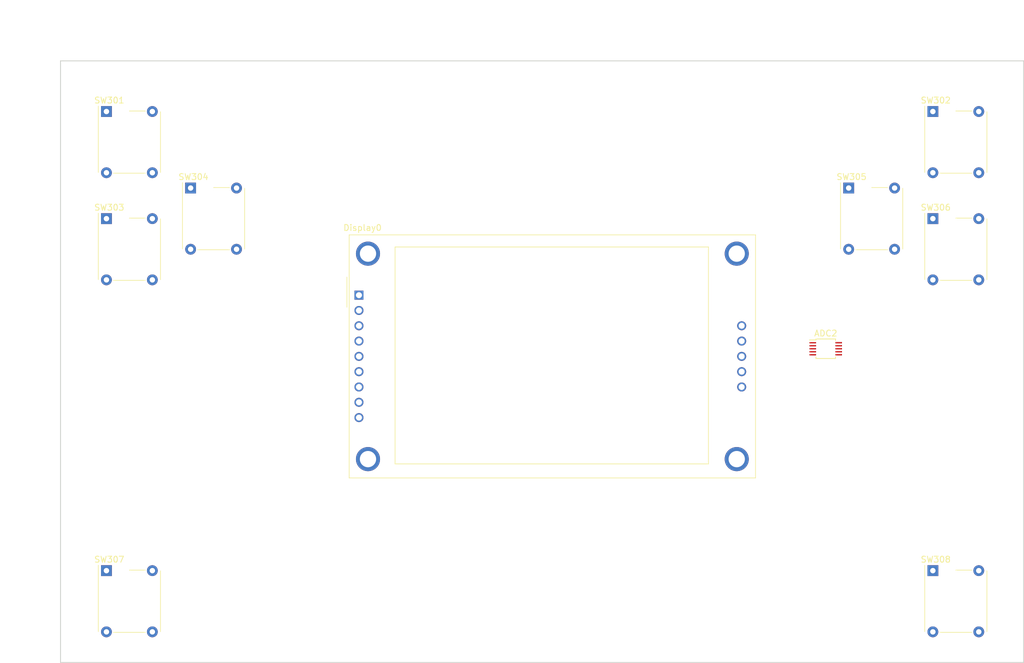
<source format=kicad_pcb>
(kicad_pcb (version 20171130) (host pcbnew 5.1.10-88a1d61d58~90~ubuntu20.04.1)

  (general
    (thickness 1.6)
    (drawings 7)
    (tracks 0)
    (zones 0)
    (modules 10)
    (nets 31)
  )

  (page A4)
  (layers
    (0 F.Cu signal)
    (31 B.Cu signal)
    (33 F.Adhes user)
    (35 F.Paste user)
    (37 F.SilkS user)
    (38 B.Mask user)
    (39 F.Mask user)
    (40 Dwgs.User user)
    (41 Cmts.User user)
    (42 Eco1.User user)
    (43 Eco2.User user)
    (44 Edge.Cuts user)
    (45 Margin user)
    (46 B.CrtYd user)
    (47 F.CrtYd user)
    (49 F.Fab user)
  )

  (setup
    (last_trace_width 0.25)
    (trace_clearance 0.2)
    (zone_clearance 0.508)
    (zone_45_only no)
    (trace_min 0.2)
    (via_size 0.8)
    (via_drill 0.4)
    (via_min_size 0.4)
    (via_min_drill 0.3)
    (uvia_size 0.3)
    (uvia_drill 0.1)
    (uvias_allowed no)
    (uvia_min_size 0.2)
    (uvia_min_drill 0.1)
    (edge_width 0.15)
    (segment_width 0.2)
    (pcb_text_width 0.3)
    (pcb_text_size 1.5 1.5)
    (mod_edge_width 0.15)
    (mod_text_size 1 1)
    (mod_text_width 0.15)
    (pad_size 1.524 1.524)
    (pad_drill 0.762)
    (pad_to_mask_clearance 0.2)
    (aux_axis_origin 0 0)
    (grid_origin 55 145)
    (visible_elements FFFFFF7F)
    (pcbplotparams
      (layerselection 0x00030_ffffffff)
      (usegerberextensions false)
      (usegerberattributes true)
      (usegerberadvancedattributes true)
      (creategerberjobfile true)
      (excludeedgelayer true)
      (linewidth 0.100000)
      (plotframeref false)
      (viasonmask false)
      (mode 1)
      (useauxorigin false)
      (hpglpennumber 1)
      (hpglpenspeed 20)
      (hpglpendiameter 15.000000)
      (psnegative false)
      (psa4output false)
      (plotreference true)
      (plotvalue true)
      (plotinvisibletext false)
      (padsonsilk false)
      (subtractmaskfromsilk false)
      (outputformat 1)
      (mirror false)
      (drillshape 0)
      (scaleselection 1)
      (outputdirectory ""))
  )

  (net 0 "")
  (net 1 GND)
  (net 2 VCC)
  (net 3 "Net-(ADC2-Pad1)")
  (net 4 "Net-(ADC2-Pad2)")
  (net 5 "Net-(ADC2-Pad4)")
  (net 6 "Net-(ADC2-Pad5)")
  (net 7 "Net-(ADC2-Pad6)")
  (net 8 "Net-(ADC2-Pad7)")
  (net 9 "Net-(ADC2-Pad9)")
  (net 10 "Net-(ADC2-Pad10)")
  (net 11 "Net-(Display0-Pad3)")
  (net 12 "Net-(Display0-Pad4)")
  (net 13 "Net-(Display0-Pad5)")
  (net 14 "Net-(Display0-Pad6)")
  (net 15 "Net-(Display0-Pad7)")
  (net 16 "Net-(Display0-Pad8)")
  (net 17 "Net-(Display0-Pad9)")
  (net 18 "Net-(Display0-Pad10)")
  (net 19 "Net-(Display0-Pad11)")
  (net 20 "Net-(Display0-Pad12)")
  (net 21 "Net-(Display0-Pad13)")
  (net 22 "Net-(Display0-Pad14)")
  (net 23 "Net-(IOExt2-Pad4)")
  (net 24 "Net-(IOExt2-Pad5)")
  (net 25 "Net-(IOExt2-Pad6)")
  (net 26 "Net-(IOExt2-Pad7)")
  (net 27 "Net-(IOExt2-Pad9)")
  (net 28 "Net-(IOExt2-Pad10)")
  (net 29 "Net-(IOExt2-Pad11)")
  (net 30 "Net-(IOExt2-Pad12)")

  (net_class Default "This is the default net class."
    (clearance 0.2)
    (trace_width 0.25)
    (via_dia 0.8)
    (via_drill 0.4)
    (uvia_dia 0.3)
    (uvia_drill 0.1)
    (add_net GND)
    (add_net "Net-(ADC2-Pad1)")
    (add_net "Net-(ADC2-Pad10)")
    (add_net "Net-(ADC2-Pad2)")
    (add_net "Net-(ADC2-Pad4)")
    (add_net "Net-(ADC2-Pad5)")
    (add_net "Net-(ADC2-Pad6)")
    (add_net "Net-(ADC2-Pad7)")
    (add_net "Net-(ADC2-Pad9)")
    (add_net "Net-(Display0-Pad10)")
    (add_net "Net-(Display0-Pad11)")
    (add_net "Net-(Display0-Pad12)")
    (add_net "Net-(Display0-Pad13)")
    (add_net "Net-(Display0-Pad14)")
    (add_net "Net-(Display0-Pad3)")
    (add_net "Net-(Display0-Pad4)")
    (add_net "Net-(Display0-Pad5)")
    (add_net "Net-(Display0-Pad6)")
    (add_net "Net-(Display0-Pad7)")
    (add_net "Net-(Display0-Pad8)")
    (add_net "Net-(Display0-Pad9)")
    (add_net "Net-(IOExt2-Pad10)")
    (add_net "Net-(IOExt2-Pad11)")
    (add_net "Net-(IOExt2-Pad12)")
    (add_net "Net-(IOExt2-Pad4)")
    (add_net "Net-(IOExt2-Pad5)")
    (add_net "Net-(IOExt2-Pad6)")
    (add_net "Net-(IOExt2-Pad7)")
    (add_net "Net-(IOExt2-Pad9)")
    (add_net VCC)
  )

  (module Display:CR2013-MI2120 (layer F.Cu) (tedit 5A02FE80) (tstamp 610E9AFE)
    (at 104.53 84.04)
    (descr "CR2013-MI2120 ILI9341 LCD Breakout http://pan.baidu.com/s/11Y990")
    (tags "CR2013-MI2120 ILI9341 LCD Breakout")
    (path /611353D7/61111607)
    (fp_text reference Display0 (at 0.59 -11.18) (layer F.SilkS)
      (effects (font (size 1 1) (thickness 0.15)))
    )
    (fp_text value CR2013-MI2120 (at 4.66 31.47) (layer F.Fab)
      (effects (font (size 1 1) (thickness 0.15)))
    )
    (fp_line (start -1.5 30.21) (end -1.5 1) (layer F.Fab) (width 0.1))
    (fp_line (start 65.7 30.21) (end -1.5 30.21) (layer F.Fab) (width 0.1))
    (fp_line (start 65.7 -9.89) (end 65.7 30.21) (layer F.Fab) (width 0.1))
    (fp_line (start -1.5 -9.89) (end 65.7 -9.89) (layer F.Fab) (width 0.1))
    (fp_line (start -1.62 30.33) (end -1.62 -10.01) (layer F.SilkS) (width 0.12))
    (fp_line (start 65.82 30.33) (end -1.62 30.33) (layer F.SilkS) (width 0.12))
    (fp_line (start 65.82 -10.01) (end 65.82 30.33) (layer F.SilkS) (width 0.12))
    (fp_line (start -1.62 -10.01) (end 65.82 -10.01) (layer F.SilkS) (width 0.12))
    (fp_line (start -1.75 30.46) (end -1.75 -10.14) (layer F.CrtYd) (width 0.05))
    (fp_line (start 65.95 30.46) (end -1.75 30.46) (layer F.CrtYd) (width 0.05))
    (fp_line (start 65.95 -10.14) (end 65.95 30.46) (layer F.CrtYd) (width 0.05))
    (fp_line (start -1.75 -10.14) (end 65.95 -10.14) (layer F.CrtYd) (width 0.05))
    (fp_line (start -2 -3) (end -2 2) (layer F.SilkS) (width 0.12))
    (fp_line (start -1.5 -1) (end -1.5 -9.89) (layer F.Fab) (width 0.1))
    (fp_line (start -0.5 0) (end -1.5 -1) (layer F.Fab) (width 0.1))
    (fp_line (start -1.5 1) (end -0.5 0) (layer F.Fab) (width 0.1))
    (fp_line (start 6 28) (end 6 -8) (layer F.SilkS) (width 0.12))
    (fp_line (start 58 28) (end 6 28) (layer F.SilkS) (width 0.12))
    (fp_line (start 58 -8) (end 58 28) (layer F.SilkS) (width 0.12))
    (fp_line (start 6 -8) (end 58 -8) (layer F.SilkS) (width 0.12))
    (fp_text user %R (at 31.58 9.55) (layer F.Fab)
      (effects (font (size 1 1) (thickness 0.15)))
    )
    (pad 1 thru_hole rect (at 0 0) (size 1.5 1.5) (drill 1) (layers *.Cu *.Mask)
      (net 2 VCC))
    (pad 2 thru_hole circle (at 0 2.54) (size 1.5 1.5) (drill 1) (layers *.Cu *.Mask)
      (net 1 GND))
    (pad 3 thru_hole circle (at 0 5.08) (size 1.5 1.5) (drill 1) (layers *.Cu *.Mask)
      (net 11 "Net-(Display0-Pad3)"))
    (pad 4 thru_hole circle (at 0 7.62) (size 1.5 1.5) (drill 1) (layers *.Cu *.Mask)
      (net 12 "Net-(Display0-Pad4)"))
    (pad 5 thru_hole circle (at 0 10.16) (size 1.5 1.5) (drill 1) (layers *.Cu *.Mask)
      (net 13 "Net-(Display0-Pad5)"))
    (pad 6 thru_hole circle (at 0 12.7) (size 1.5 1.5) (drill 1) (layers *.Cu *.Mask)
      (net 14 "Net-(Display0-Pad6)"))
    (pad 7 thru_hole circle (at 0 15.24) (size 1.5 1.5) (drill 1) (layers *.Cu *.Mask)
      (net 15 "Net-(Display0-Pad7)"))
    (pad 8 thru_hole circle (at 0 17.78) (size 1.5 1.5) (drill 1) (layers *.Cu *.Mask)
      (net 16 "Net-(Display0-Pad8)"))
    (pad 9 thru_hole circle (at 0 20.32) (size 1.5 1.5) (drill 1) (layers *.Cu *.Mask)
      (net 17 "Net-(Display0-Pad9)"))
    (pad 10 thru_hole circle (at 63.52 5.08) (size 1.5 1.5) (drill 1) (layers *.Cu *.Mask)
      (net 18 "Net-(Display0-Pad10)"))
    (pad 11 thru_hole circle (at 63.52 7.62) (size 1.5 1.5) (drill 1) (layers *.Cu *.Mask)
      (net 19 "Net-(Display0-Pad11)"))
    (pad 12 thru_hole circle (at 63.52 10.16) (size 1.5 1.5) (drill 1) (layers *.Cu *.Mask)
      (net 20 "Net-(Display0-Pad12)"))
    (pad 13 thru_hole circle (at 63.52 12.7) (size 1.5 1.5) (drill 1) (layers *.Cu *.Mask)
      (net 21 "Net-(Display0-Pad13)"))
    (pad 14 thru_hole circle (at 63.52 15.24) (size 1.5 1.5) (drill 1) (layers *.Cu *.Mask)
      (net 22 "Net-(Display0-Pad14)"))
    (pad "" thru_hole circle (at 1.5 -6.89) (size 4 4) (drill 2.7) (layers *.Cu *.Mask))
    (pad "" thru_hole circle (at 62.7 -6.89) (size 4 4) (drill 2.7) (layers *.Cu *.Mask))
    (pad "" thru_hole circle (at 62.7 27.21) (size 4 4) (drill 2.7) (layers *.Cu *.Mask))
    (pad "" thru_hole circle (at 1.5 27.21) (size 4 4) (drill 2.7) (layers *.Cu *.Mask))
    (model ${KISYS3DMOD}/Display.3dshapes/CR2013-MI2120.wrl
      (at (xyz 0 0 0))
      (scale (xyz 1 1 1))
      (rotate (xyz 0 0 0))
    )
  )

  (module Button_Switch_THT:SW_MEC_5GTH9 (layer F.Cu) (tedit 5B8669AC) (tstamp 610E9F53)
    (at 62.62 53.56)
    (descr "MEC 5G single pole normally-open tactile switch https://cdn.sos.sk/productdata/80/f6/aabf7be6/5gth9358222.pdf")
    (tags "switch normally-open pushbutton push-button")
    (path /611353D7/61111764)
    (fp_text reference SW301 (at 0.475 -1.85 180) (layer F.SilkS)
      (effects (font (size 1 1) (thickness 0.15)))
    )
    (fp_text value SW_MEC_5E (at 3.8 13 180) (layer F.Fab)
      (effects (font (size 1 1) (thickness 0.15)))
    )
    (fp_line (start -0.24 0.03) (end -1.24 1.03) (layer F.Fab) (width 0.1))
    (fp_line (start -1.35 -0.9) (end -1.35 10.11) (layer F.SilkS) (width 0.12))
    (fp_line (start 8.86 10.13) (end -1.240004 10.13) (layer F.Fab) (width 0.1))
    (fp_line (start 8.86 0.03) (end 8.86 10.13) (layer F.Fab) (width 0.1))
    (fp_line (start -0.24 0.03) (end 8.86 0.03) (layer F.Fab) (width 0.1))
    (fp_line (start -1.24 10.13) (end -1.24 1.03) (layer F.Fab) (width 0.1))
    (fp_line (start 6.46 -0.08) (end 3.81 -0.08) (layer F.SilkS) (width 0.12))
    (fp_line (start 1.16 10.24) (end 6.46 10.24) (layer F.SilkS) (width 0.12))
    (fp_line (start 8.97 0.04) (end 8.97 10.12) (layer F.SilkS) (width 0.12))
    (fp_line (start -1.49 11.3) (end -1.49 -1.15) (layer F.CrtYd) (width 0.05))
    (fp_line (start 9.11 11.31) (end -1.49 11.31) (layer F.CrtYd) (width 0.05))
    (fp_line (start 9.11 -1.15) (end 9.11 11.31) (layer F.CrtYd) (width 0.05))
    (fp_line (start -1.49 -1.15) (end 9.11 -1.15) (layer F.CrtYd) (width 0.05))
    (fp_text user %R (at 3.76 5.03 180) (layer F.Fab)
      (effects (font (size 1 1) (thickness 0.15)))
    )
    (pad 2 thru_hole circle (at 7.62 0 90) (size 1.8 1.8) (drill 0.9) (layers *.Cu *.Mask)
      (net 23 "Net-(IOExt2-Pad4)"))
    (pad 2 thru_hole circle (at 7.62 10.16 90) (size 1.8 1.8) (drill 0.9) (layers *.Cu *.Mask)
      (net 23 "Net-(IOExt2-Pad4)"))
    (pad 1 thru_hole rect (at 0 0 90) (size 1.8 1.8) (drill 0.9) (layers *.Cu *.Mask)
      (net 23 "Net-(IOExt2-Pad4)"))
    (pad 1 thru_hole circle (at 0 10.16 90) (size 1.8 1.8) (drill 0.9) (layers *.Cu *.Mask)
      (net 23 "Net-(IOExt2-Pad4)"))
    (model ${KISYS3DMOD}/Button_Switch_THT.3dshapes/SW_MEC_5GTH9.wrl
      (at (xyz 0 0 0))
      (scale (xyz 1 1 1))
      (rotate (xyz 0 0 0))
    )
  )

  (module Button_Switch_THT:SW_MEC_5GTH9 (layer F.Cu) (tedit 5B8669AC) (tstamp 610EFD11)
    (at 199.78 53.56)
    (descr "MEC 5G single pole normally-open tactile switch https://cdn.sos.sk/productdata/80/f6/aabf7be6/5gth9358222.pdf")
    (tags "switch normally-open pushbutton push-button")
    (path /611353D7/6111177C)
    (fp_text reference SW302 (at 0.475 -1.85 180) (layer F.SilkS)
      (effects (font (size 1 1) (thickness 0.15)))
    )
    (fp_text value SW_MEC_5E (at 3.8 13 180) (layer F.Fab)
      (effects (font (size 1 1) (thickness 0.15)))
    )
    (fp_line (start -1.49 -1.15) (end 9.11 -1.15) (layer F.CrtYd) (width 0.05))
    (fp_line (start 9.11 -1.15) (end 9.11 11.31) (layer F.CrtYd) (width 0.05))
    (fp_line (start 9.11 11.31) (end -1.49 11.31) (layer F.CrtYd) (width 0.05))
    (fp_line (start -1.49 11.3) (end -1.49 -1.15) (layer F.CrtYd) (width 0.05))
    (fp_line (start 8.97 0.04) (end 8.97 10.12) (layer F.SilkS) (width 0.12))
    (fp_line (start 1.16 10.24) (end 6.46 10.24) (layer F.SilkS) (width 0.12))
    (fp_line (start 6.46 -0.08) (end 3.81 -0.08) (layer F.SilkS) (width 0.12))
    (fp_line (start -1.24 10.13) (end -1.24 1.03) (layer F.Fab) (width 0.1))
    (fp_line (start -0.24 0.03) (end 8.86 0.03) (layer F.Fab) (width 0.1))
    (fp_line (start 8.86 0.03) (end 8.86 10.13) (layer F.Fab) (width 0.1))
    (fp_line (start 8.86 10.13) (end -1.240004 10.13) (layer F.Fab) (width 0.1))
    (fp_line (start -1.35 -0.9) (end -1.35 10.11) (layer F.SilkS) (width 0.12))
    (fp_line (start -0.24 0.03) (end -1.24 1.03) (layer F.Fab) (width 0.1))
    (fp_text user %R (at 3.76 5.03 180) (layer F.Fab)
      (effects (font (size 1 1) (thickness 0.15)))
    )
    (pad 1 thru_hole circle (at 0 10.16 90) (size 1.8 1.8) (drill 0.9) (layers *.Cu *.Mask)
      (net 24 "Net-(IOExt2-Pad5)"))
    (pad 1 thru_hole rect (at 0 0 90) (size 1.8 1.8) (drill 0.9) (layers *.Cu *.Mask)
      (net 24 "Net-(IOExt2-Pad5)"))
    (pad 2 thru_hole circle (at 7.62 10.16 90) (size 1.8 1.8) (drill 0.9) (layers *.Cu *.Mask)
      (net 24 "Net-(IOExt2-Pad5)"))
    (pad 2 thru_hole circle (at 7.62 0 90) (size 1.8 1.8) (drill 0.9) (layers *.Cu *.Mask)
      (net 24 "Net-(IOExt2-Pad5)"))
    (model ${KISYS3DMOD}/Button_Switch_THT.3dshapes/SW_MEC_5GTH9.wrl
      (at (xyz 0 0 0))
      (scale (xyz 1 1 1))
      (rotate (xyz 0 0 0))
    )
  )

  (module Button_Switch_THT:SW_MEC_5GTH9 (layer F.Cu) (tedit 5B8669AC) (tstamp 610EFD27)
    (at 62.62 71.34)
    (descr "MEC 5G single pole normally-open tactile switch https://cdn.sos.sk/productdata/80/f6/aabf7be6/5gth9358222.pdf")
    (tags "switch normally-open pushbutton push-button")
    (path /611353D7/6111176A)
    (fp_text reference SW303 (at 0.475 -1.85 180) (layer F.SilkS)
      (effects (font (size 1 1) (thickness 0.15)))
    )
    (fp_text value SW_MEC_5E (at 3.8 13 180) (layer F.Fab)
      (effects (font (size 1 1) (thickness 0.15)))
    )
    (fp_line (start -0.24 0.03) (end -1.24 1.03) (layer F.Fab) (width 0.1))
    (fp_line (start -1.35 -0.9) (end -1.35 10.11) (layer F.SilkS) (width 0.12))
    (fp_line (start 8.86 10.13) (end -1.240004 10.13) (layer F.Fab) (width 0.1))
    (fp_line (start 8.86 0.03) (end 8.86 10.13) (layer F.Fab) (width 0.1))
    (fp_line (start -0.24 0.03) (end 8.86 0.03) (layer F.Fab) (width 0.1))
    (fp_line (start -1.24 10.13) (end -1.24 1.03) (layer F.Fab) (width 0.1))
    (fp_line (start 6.46 -0.08) (end 3.81 -0.08) (layer F.SilkS) (width 0.12))
    (fp_line (start 1.16 10.24) (end 6.46 10.24) (layer F.SilkS) (width 0.12))
    (fp_line (start 8.97 0.04) (end 8.97 10.12) (layer F.SilkS) (width 0.12))
    (fp_line (start -1.49 11.3) (end -1.49 -1.15) (layer F.CrtYd) (width 0.05))
    (fp_line (start 9.11 11.31) (end -1.49 11.31) (layer F.CrtYd) (width 0.05))
    (fp_line (start 9.11 -1.15) (end 9.11 11.31) (layer F.CrtYd) (width 0.05))
    (fp_line (start -1.49 -1.15) (end 9.11 -1.15) (layer F.CrtYd) (width 0.05))
    (fp_text user %R (at 3.76 5.03 180) (layer F.Fab)
      (effects (font (size 1 1) (thickness 0.15)))
    )
    (pad 2 thru_hole circle (at 7.62 0 90) (size 1.8 1.8) (drill 0.9) (layers *.Cu *.Mask)
      (net 25 "Net-(IOExt2-Pad6)"))
    (pad 2 thru_hole circle (at 7.62 10.16 90) (size 1.8 1.8) (drill 0.9) (layers *.Cu *.Mask)
      (net 25 "Net-(IOExt2-Pad6)"))
    (pad 1 thru_hole rect (at 0 0 90) (size 1.8 1.8) (drill 0.9) (layers *.Cu *.Mask)
      (net 25 "Net-(IOExt2-Pad6)"))
    (pad 1 thru_hole circle (at 0 10.16 90) (size 1.8 1.8) (drill 0.9) (layers *.Cu *.Mask)
      (net 25 "Net-(IOExt2-Pad6)"))
    (model ${KISYS3DMOD}/Button_Switch_THT.3dshapes/SW_MEC_5GTH9.wrl
      (at (xyz 0 0 0))
      (scale (xyz 1 1 1))
      (rotate (xyz 0 0 0))
    )
  )

  (module Button_Switch_THT:SW_MEC_5GTH9 (layer F.Cu) (tedit 5B8669AC) (tstamp 610EFD3D)
    (at 76.59 66.26)
    (descr "MEC 5G single pole normally-open tactile switch https://cdn.sos.sk/productdata/80/f6/aabf7be6/5gth9358222.pdf")
    (tags "switch normally-open pushbutton push-button")
    (path /611353D7/61111782)
    (fp_text reference SW304 (at 0.475 -1.85 180) (layer F.SilkS)
      (effects (font (size 1 1) (thickness 0.15)))
    )
    (fp_text value SW_MEC_5E (at 3.8 13 180) (layer F.Fab)
      (effects (font (size 1 1) (thickness 0.15)))
    )
    (fp_line (start -0.24 0.03) (end -1.24 1.03) (layer F.Fab) (width 0.1))
    (fp_line (start -1.35 -0.9) (end -1.35 10.11) (layer F.SilkS) (width 0.12))
    (fp_line (start 8.86 10.13) (end -1.240004 10.13) (layer F.Fab) (width 0.1))
    (fp_line (start 8.86 0.03) (end 8.86 10.13) (layer F.Fab) (width 0.1))
    (fp_line (start -0.24 0.03) (end 8.86 0.03) (layer F.Fab) (width 0.1))
    (fp_line (start -1.24 10.13) (end -1.24 1.03) (layer F.Fab) (width 0.1))
    (fp_line (start 6.46 -0.08) (end 3.81 -0.08) (layer F.SilkS) (width 0.12))
    (fp_line (start 1.16 10.24) (end 6.46 10.24) (layer F.SilkS) (width 0.12))
    (fp_line (start 8.97 0.04) (end 8.97 10.12) (layer F.SilkS) (width 0.12))
    (fp_line (start -1.49 11.3) (end -1.49 -1.15) (layer F.CrtYd) (width 0.05))
    (fp_line (start 9.11 11.31) (end -1.49 11.31) (layer F.CrtYd) (width 0.05))
    (fp_line (start 9.11 -1.15) (end 9.11 11.31) (layer F.CrtYd) (width 0.05))
    (fp_line (start -1.49 -1.15) (end 9.11 -1.15) (layer F.CrtYd) (width 0.05))
    (fp_text user %R (at 3.76 5.03 180) (layer F.Fab)
      (effects (font (size 1 1) (thickness 0.15)))
    )
    (pad 2 thru_hole circle (at 7.62 0 90) (size 1.8 1.8) (drill 0.9) (layers *.Cu *.Mask)
      (net 26 "Net-(IOExt2-Pad7)"))
    (pad 2 thru_hole circle (at 7.62 10.16 90) (size 1.8 1.8) (drill 0.9) (layers *.Cu *.Mask)
      (net 26 "Net-(IOExt2-Pad7)"))
    (pad 1 thru_hole rect (at 0 0 90) (size 1.8 1.8) (drill 0.9) (layers *.Cu *.Mask)
      (net 26 "Net-(IOExt2-Pad7)"))
    (pad 1 thru_hole circle (at 0 10.16 90) (size 1.8 1.8) (drill 0.9) (layers *.Cu *.Mask)
      (net 26 "Net-(IOExt2-Pad7)"))
    (model ${KISYS3DMOD}/Button_Switch_THT.3dshapes/SW_MEC_5GTH9.wrl
      (at (xyz 0 0 0))
      (scale (xyz 1 1 1))
      (rotate (xyz 0 0 0))
    )
  )

  (module Button_Switch_THT:SW_MEC_5GTH9 (layer F.Cu) (tedit 5B8669AC) (tstamp 610EFD53)
    (at 185.81 66.26)
    (descr "MEC 5G single pole normally-open tactile switch https://cdn.sos.sk/productdata/80/f6/aabf7be6/5gth9358222.pdf")
    (tags "switch normally-open pushbutton push-button")
    (path /611353D7/61111770)
    (fp_text reference SW305 (at 0.475 -1.85 180) (layer F.SilkS)
      (effects (font (size 1 1) (thickness 0.15)))
    )
    (fp_text value SW_MEC_5E (at 3.8 13 180) (layer F.Fab)
      (effects (font (size 1 1) (thickness 0.15)))
    )
    (fp_line (start -1.49 -1.15) (end 9.11 -1.15) (layer F.CrtYd) (width 0.05))
    (fp_line (start 9.11 -1.15) (end 9.11 11.31) (layer F.CrtYd) (width 0.05))
    (fp_line (start 9.11 11.31) (end -1.49 11.31) (layer F.CrtYd) (width 0.05))
    (fp_line (start -1.49 11.3) (end -1.49 -1.15) (layer F.CrtYd) (width 0.05))
    (fp_line (start 8.97 0.04) (end 8.97 10.12) (layer F.SilkS) (width 0.12))
    (fp_line (start 1.16 10.24) (end 6.46 10.24) (layer F.SilkS) (width 0.12))
    (fp_line (start 6.46 -0.08) (end 3.81 -0.08) (layer F.SilkS) (width 0.12))
    (fp_line (start -1.24 10.13) (end -1.24 1.03) (layer F.Fab) (width 0.1))
    (fp_line (start -0.24 0.03) (end 8.86 0.03) (layer F.Fab) (width 0.1))
    (fp_line (start 8.86 0.03) (end 8.86 10.13) (layer F.Fab) (width 0.1))
    (fp_line (start 8.86 10.13) (end -1.240004 10.13) (layer F.Fab) (width 0.1))
    (fp_line (start -1.35 -0.9) (end -1.35 10.11) (layer F.SilkS) (width 0.12))
    (fp_line (start -0.24 0.03) (end -1.24 1.03) (layer F.Fab) (width 0.1))
    (fp_text user %R (at 3.76 5.03 180) (layer F.Fab)
      (effects (font (size 1 1) (thickness 0.15)))
    )
    (pad 1 thru_hole circle (at 0 10.16 90) (size 1.8 1.8) (drill 0.9) (layers *.Cu *.Mask)
      (net 27 "Net-(IOExt2-Pad9)"))
    (pad 1 thru_hole rect (at 0 0 90) (size 1.8 1.8) (drill 0.9) (layers *.Cu *.Mask)
      (net 27 "Net-(IOExt2-Pad9)"))
    (pad 2 thru_hole circle (at 7.62 10.16 90) (size 1.8 1.8) (drill 0.9) (layers *.Cu *.Mask)
      (net 27 "Net-(IOExt2-Pad9)"))
    (pad 2 thru_hole circle (at 7.62 0 90) (size 1.8 1.8) (drill 0.9) (layers *.Cu *.Mask)
      (net 27 "Net-(IOExt2-Pad9)"))
    (model ${KISYS3DMOD}/Button_Switch_THT.3dshapes/SW_MEC_5GTH9.wrl
      (at (xyz 0 0 0))
      (scale (xyz 1 1 1))
      (rotate (xyz 0 0 0))
    )
  )

  (module Button_Switch_THT:SW_MEC_5GTH9 (layer F.Cu) (tedit 5B8669AC) (tstamp 610EFD69)
    (at 199.78 71.34)
    (descr "MEC 5G single pole normally-open tactile switch https://cdn.sos.sk/productdata/80/f6/aabf7be6/5gth9358222.pdf")
    (tags "switch normally-open pushbutton push-button")
    (path /611353D7/61111788)
    (fp_text reference SW306 (at 0.475 -1.85 180) (layer F.SilkS)
      (effects (font (size 1 1) (thickness 0.15)))
    )
    (fp_text value SW_MEC_5E (at 3.8 13 180) (layer F.Fab)
      (effects (font (size 1 1) (thickness 0.15)))
    )
    (fp_line (start -1.49 -1.15) (end 9.11 -1.15) (layer F.CrtYd) (width 0.05))
    (fp_line (start 9.11 -1.15) (end 9.11 11.31) (layer F.CrtYd) (width 0.05))
    (fp_line (start 9.11 11.31) (end -1.49 11.31) (layer F.CrtYd) (width 0.05))
    (fp_line (start -1.49 11.3) (end -1.49 -1.15) (layer F.CrtYd) (width 0.05))
    (fp_line (start 8.97 0.04) (end 8.97 10.12) (layer F.SilkS) (width 0.12))
    (fp_line (start 1.16 10.24) (end 6.46 10.24) (layer F.SilkS) (width 0.12))
    (fp_line (start 6.46 -0.08) (end 3.81 -0.08) (layer F.SilkS) (width 0.12))
    (fp_line (start -1.24 10.13) (end -1.24 1.03) (layer F.Fab) (width 0.1))
    (fp_line (start -0.24 0.03) (end 8.86 0.03) (layer F.Fab) (width 0.1))
    (fp_line (start 8.86 0.03) (end 8.86 10.13) (layer F.Fab) (width 0.1))
    (fp_line (start 8.86 10.13) (end -1.240004 10.13) (layer F.Fab) (width 0.1))
    (fp_line (start -1.35 -0.9) (end -1.35 10.11) (layer F.SilkS) (width 0.12))
    (fp_line (start -0.24 0.03) (end -1.24 1.03) (layer F.Fab) (width 0.1))
    (fp_text user %R (at 3.76 5.03 180) (layer F.Fab)
      (effects (font (size 1 1) (thickness 0.15)))
    )
    (pad 1 thru_hole circle (at 0 10.16 90) (size 1.8 1.8) (drill 0.9) (layers *.Cu *.Mask)
      (net 28 "Net-(IOExt2-Pad10)"))
    (pad 1 thru_hole rect (at 0 0 90) (size 1.8 1.8) (drill 0.9) (layers *.Cu *.Mask)
      (net 28 "Net-(IOExt2-Pad10)"))
    (pad 2 thru_hole circle (at 7.62 10.16 90) (size 1.8 1.8) (drill 0.9) (layers *.Cu *.Mask)
      (net 28 "Net-(IOExt2-Pad10)"))
    (pad 2 thru_hole circle (at 7.62 0 90) (size 1.8 1.8) (drill 0.9) (layers *.Cu *.Mask)
      (net 28 "Net-(IOExt2-Pad10)"))
    (model ${KISYS3DMOD}/Button_Switch_THT.3dshapes/SW_MEC_5GTH9.wrl
      (at (xyz 0 0 0))
      (scale (xyz 1 1 1))
      (rotate (xyz 0 0 0))
    )
  )

  (module Button_Switch_THT:SW_MEC_5GTH9 (layer F.Cu) (tedit 5B8669AC) (tstamp 610F01A2)
    (at 62.62 129.76)
    (descr "MEC 5G single pole normally-open tactile switch https://cdn.sos.sk/productdata/80/f6/aabf7be6/5gth9358222.pdf")
    (tags "switch normally-open pushbutton push-button")
    (path /611353D7/61111776)
    (fp_text reference SW307 (at 0.475 -1.85 180) (layer F.SilkS)
      (effects (font (size 1 1) (thickness 0.15)))
    )
    (fp_text value SW_MEC_5E (at 3.8 13 180) (layer F.Fab)
      (effects (font (size 1 1) (thickness 0.15)))
    )
    (fp_line (start -0.24 0.03) (end -1.24 1.03) (layer F.Fab) (width 0.1))
    (fp_line (start -1.35 -0.9) (end -1.35 10.11) (layer F.SilkS) (width 0.12))
    (fp_line (start 8.86 10.13) (end -1.240004 10.13) (layer F.Fab) (width 0.1))
    (fp_line (start 8.86 0.03) (end 8.86 10.13) (layer F.Fab) (width 0.1))
    (fp_line (start -0.24 0.03) (end 8.86 0.03) (layer F.Fab) (width 0.1))
    (fp_line (start -1.24 10.13) (end -1.24 1.03) (layer F.Fab) (width 0.1))
    (fp_line (start 6.46 -0.08) (end 3.81 -0.08) (layer F.SilkS) (width 0.12))
    (fp_line (start 1.16 10.24) (end 6.46 10.24) (layer F.SilkS) (width 0.12))
    (fp_line (start 8.97 0.04) (end 8.97 10.12) (layer F.SilkS) (width 0.12))
    (fp_line (start -1.49 11.3) (end -1.49 -1.15) (layer F.CrtYd) (width 0.05))
    (fp_line (start 9.11 11.31) (end -1.49 11.31) (layer F.CrtYd) (width 0.05))
    (fp_line (start 9.11 -1.15) (end 9.11 11.31) (layer F.CrtYd) (width 0.05))
    (fp_line (start -1.49 -1.15) (end 9.11 -1.15) (layer F.CrtYd) (width 0.05))
    (fp_text user %R (at 3.76 5.03 180) (layer F.Fab)
      (effects (font (size 1 1) (thickness 0.15)))
    )
    (pad 2 thru_hole circle (at 7.62 0 90) (size 1.8 1.8) (drill 0.9) (layers *.Cu *.Mask)
      (net 29 "Net-(IOExt2-Pad11)"))
    (pad 2 thru_hole circle (at 7.62 10.16 90) (size 1.8 1.8) (drill 0.9) (layers *.Cu *.Mask)
      (net 29 "Net-(IOExt2-Pad11)"))
    (pad 1 thru_hole rect (at 0 0 90) (size 1.8 1.8) (drill 0.9) (layers *.Cu *.Mask)
      (net 29 "Net-(IOExt2-Pad11)"))
    (pad 1 thru_hole circle (at 0 10.16 90) (size 1.8 1.8) (drill 0.9) (layers *.Cu *.Mask)
      (net 29 "Net-(IOExt2-Pad11)"))
    (model ${KISYS3DMOD}/Button_Switch_THT.3dshapes/SW_MEC_5GTH9.wrl
      (at (xyz 0 0 0))
      (scale (xyz 1 1 1))
      (rotate (xyz 0 0 0))
    )
  )

  (module Button_Switch_THT:SW_MEC_5GTH9 (layer F.Cu) (tedit 5B8669AC) (tstamp 610EFD95)
    (at 199.78 129.76)
    (descr "MEC 5G single pole normally-open tactile switch https://cdn.sos.sk/productdata/80/f6/aabf7be6/5gth9358222.pdf")
    (tags "switch normally-open pushbutton push-button")
    (path /611353D7/611117AA)
    (fp_text reference SW308 (at 0.475 -1.85 180) (layer F.SilkS)
      (effects (font (size 1 1) (thickness 0.15)))
    )
    (fp_text value SW_MEC_5E (at 3.8 13 180) (layer F.Fab)
      (effects (font (size 1 1) (thickness 0.15)))
    )
    (fp_line (start -0.24 0.03) (end -1.24 1.03) (layer F.Fab) (width 0.1))
    (fp_line (start -1.35 -0.9) (end -1.35 10.11) (layer F.SilkS) (width 0.12))
    (fp_line (start 8.86 10.13) (end -1.240004 10.13) (layer F.Fab) (width 0.1))
    (fp_line (start 8.86 0.03) (end 8.86 10.13) (layer F.Fab) (width 0.1))
    (fp_line (start -0.24 0.03) (end 8.86 0.03) (layer F.Fab) (width 0.1))
    (fp_line (start -1.24 10.13) (end -1.24 1.03) (layer F.Fab) (width 0.1))
    (fp_line (start 6.46 -0.08) (end 3.81 -0.08) (layer F.SilkS) (width 0.12))
    (fp_line (start 1.16 10.24) (end 6.46 10.24) (layer F.SilkS) (width 0.12))
    (fp_line (start 8.97 0.04) (end 8.97 10.12) (layer F.SilkS) (width 0.12))
    (fp_line (start -1.49 11.3) (end -1.49 -1.15) (layer F.CrtYd) (width 0.05))
    (fp_line (start 9.11 11.31) (end -1.49 11.31) (layer F.CrtYd) (width 0.05))
    (fp_line (start 9.11 -1.15) (end 9.11 11.31) (layer F.CrtYd) (width 0.05))
    (fp_line (start -1.49 -1.15) (end 9.11 -1.15) (layer F.CrtYd) (width 0.05))
    (fp_text user %R (at 3.76 5.03 180) (layer F.Fab)
      (effects (font (size 1 1) (thickness 0.15)))
    )
    (pad 2 thru_hole circle (at 7.62 0 90) (size 1.8 1.8) (drill 0.9) (layers *.Cu *.Mask)
      (net 30 "Net-(IOExt2-Pad12)"))
    (pad 2 thru_hole circle (at 7.62 10.16 90) (size 1.8 1.8) (drill 0.9) (layers *.Cu *.Mask)
      (net 30 "Net-(IOExt2-Pad12)"))
    (pad 1 thru_hole rect (at 0 0 90) (size 1.8 1.8) (drill 0.9) (layers *.Cu *.Mask)
      (net 30 "Net-(IOExt2-Pad12)"))
    (pad 1 thru_hole circle (at 0 10.16 90) (size 1.8 1.8) (drill 0.9) (layers *.Cu *.Mask)
      (net 30 "Net-(IOExt2-Pad12)"))
    (model ${KISYS3DMOD}/Button_Switch_THT.3dshapes/SW_MEC_5GTH9.wrl
      (at (xyz 0 0 0))
      (scale (xyz 1 1 1))
      (rotate (xyz 0 0 0))
    )
  )

  (module Package_SO:TSSOP-10_3x3mm_P0.5mm (layer F.Cu) (tedit 5F3E4A84) (tstamp 6112F646)
    (at 182 92.93)
    (descr "TSSOP10: plastic thin shrink small outline package; 10 leads; body width 3 mm; (see NXP SSOP-TSSOP-VSO-REFLOW.pdf and sot552-1_po.pdf)")
    (tags "SSOP 0.5")
    (path /611353D7/611115DA)
    (attr smd)
    (fp_text reference ADC2 (at 0 -2.55) (layer F.SilkS)
      (effects (font (size 1 1) (thickness 0.15)))
    )
    (fp_text value ADS1115IDGS (at 0 2.55) (layer F.Fab)
      (effects (font (size 1 1) (thickness 0.15)))
    )
    (fp_line (start -0.5 -1.5) (end 1.5 -1.5) (layer F.Fab) (width 0.1))
    (fp_line (start 1.5 -1.5) (end 1.5 1.5) (layer F.Fab) (width 0.1))
    (fp_line (start 1.5 1.5) (end -1.5 1.5) (layer F.Fab) (width 0.1))
    (fp_line (start -1.5 1.5) (end -1.5 -0.5) (layer F.Fab) (width 0.1))
    (fp_line (start -1.5 -0.5) (end -0.5 -1.5) (layer F.Fab) (width 0.1))
    (fp_line (start -2.95 -1.8) (end -2.95 1.8) (layer F.CrtYd) (width 0.05))
    (fp_line (start 2.95 -1.8) (end 2.95 1.8) (layer F.CrtYd) (width 0.05))
    (fp_line (start -2.95 -1.8) (end 2.95 -1.8) (layer F.CrtYd) (width 0.05))
    (fp_line (start -2.95 1.8) (end 2.95 1.8) (layer F.CrtYd) (width 0.05))
    (fp_line (start -1.625 -1.625) (end -1.625 -1.45) (layer F.SilkS) (width 0.15))
    (fp_line (start 1.625 -1.625) (end 1.625 -1.35) (layer F.SilkS) (width 0.15))
    (fp_line (start 1.625 1.625) (end 1.625 1.35) (layer F.SilkS) (width 0.15))
    (fp_line (start -1.625 1.625) (end -1.625 1.35) (layer F.SilkS) (width 0.15))
    (fp_line (start -1.625 -1.625) (end 1.625 -1.625) (layer F.SilkS) (width 0.15))
    (fp_line (start -1.625 1.625) (end 1.625 1.625) (layer F.SilkS) (width 0.15))
    (fp_line (start -1.625 -1.45) (end -2.7 -1.45) (layer F.SilkS) (width 0.15))
    (fp_text user %R (at 0 0) (layer F.Fab)
      (effects (font (size 0.6 0.6) (thickness 0.1)))
    )
    (pad 1 smd rect (at -2.15 -1) (size 1.1 0.25) (layers F.Cu F.Paste F.Mask)
      (net 3 "Net-(ADC2-Pad1)"))
    (pad 2 smd rect (at -2.15 -0.5) (size 1.1 0.25) (layers F.Cu F.Paste F.Mask)
      (net 4 "Net-(ADC2-Pad2)"))
    (pad 3 smd rect (at -2.15 0) (size 1.1 0.25) (layers F.Cu F.Paste F.Mask)
      (net 1 GND))
    (pad 4 smd rect (at -2.15 0.5) (size 1.1 0.25) (layers F.Cu F.Paste F.Mask)
      (net 5 "Net-(ADC2-Pad4)"))
    (pad 5 smd rect (at -2.15 1) (size 1.1 0.25) (layers F.Cu F.Paste F.Mask)
      (net 6 "Net-(ADC2-Pad5)"))
    (pad 6 smd rect (at 2.15 1) (size 1.1 0.25) (layers F.Cu F.Paste F.Mask)
      (net 7 "Net-(ADC2-Pad6)"))
    (pad 7 smd rect (at 2.15 0.5) (size 1.1 0.25) (layers F.Cu F.Paste F.Mask)
      (net 8 "Net-(ADC2-Pad7)"))
    (pad 8 smd rect (at 2.15 0) (size 1.1 0.25) (layers F.Cu F.Paste F.Mask)
      (net 2 VCC))
    (pad 9 smd rect (at 2.15 -0.5) (size 1.1 0.25) (layers F.Cu F.Paste F.Mask)
      (net 9 "Net-(ADC2-Pad9)"))
    (pad 10 smd rect (at 2.15 -1) (size 1.1 0.25) (layers F.Cu F.Paste F.Mask)
      (net 10 "Net-(ADC2-Pad10)"))
    (model ${KISYS3DMOD}/Package_SO.3dshapes/TSSOP-10_3x3mm_P0.5mm.wrl
      (at (xyz 0 0 0))
      (scale (xyz 1 1 1))
      (rotate (xyz 0 0 0))
    )
  )

  (dimension 3.81 (width 0.15) (layer Dwgs.User)
    (gr_text "3.810 mm" (at 48.62 47.845 90) (layer Dwgs.User)
      (effects (font (size 1 1) (thickness 0.15)))
    )
    (feature1 (pts (xy 84.21 45.94) (xy 49.333579 45.94)))
    (feature2 (pts (xy 84.21 49.75) (xy 49.333579 49.75)))
    (crossbar (pts (xy 49.92 49.75) (xy 49.92 45.94)))
    (arrow1a (pts (xy 49.92 45.94) (xy 50.506421 47.066504)))
    (arrow1b (pts (xy 49.92 45.94) (xy 49.333579 47.066504)))
    (arrow2a (pts (xy 49.92 49.75) (xy 50.506421 48.623496)))
    (arrow2b (pts (xy 49.92 49.75) (xy 49.333579 48.623496)))
  )
  (dimension 29.21 (width 0.15) (layer Dwgs.User)
    (gr_text "29.210 mm" (at 69.605 35.750001) (layer Dwgs.User)
      (effects (font (size 1 1) (thickness 0.15)))
    )
    (feature1 (pts (xy 55 49.75) (xy 55 36.46358)))
    (feature2 (pts (xy 84.21 49.75) (xy 84.21 36.46358)))
    (crossbar (pts (xy 84.21 37.050001) (xy 55 37.050001)))
    (arrow1a (pts (xy 55 37.050001) (xy 56.126504 36.46358)))
    (arrow1b (pts (xy 55 37.050001) (xy 56.126504 37.636422)))
    (arrow2a (pts (xy 84.21 37.050001) (xy 83.083496 36.46358)))
    (arrow2b (pts (xy 84.21 37.050001) (xy 83.083496 37.636422)))
  )
  (gr_circle (center 84.21 49.75) (end 84.21 48.48) (layer Dwgs.User) (width 0.15))
  (gr_line (start 55 145) (end 214.85 145) (angle 90) (layer Edge.Cuts) (width 0.15))
  (gr_line (start 55 45.15) (end 55 145) (angle 90) (layer Edge.Cuts) (width 0.15))
  (gr_line (start 214.84 45.15) (end 55 45.15) (angle 90) (layer Edge.Cuts) (width 0.15))
  (gr_line (start 214.85 145) (end 214.85 45.15) (angle 90) (layer Edge.Cuts) (width 0.15))

)

</source>
